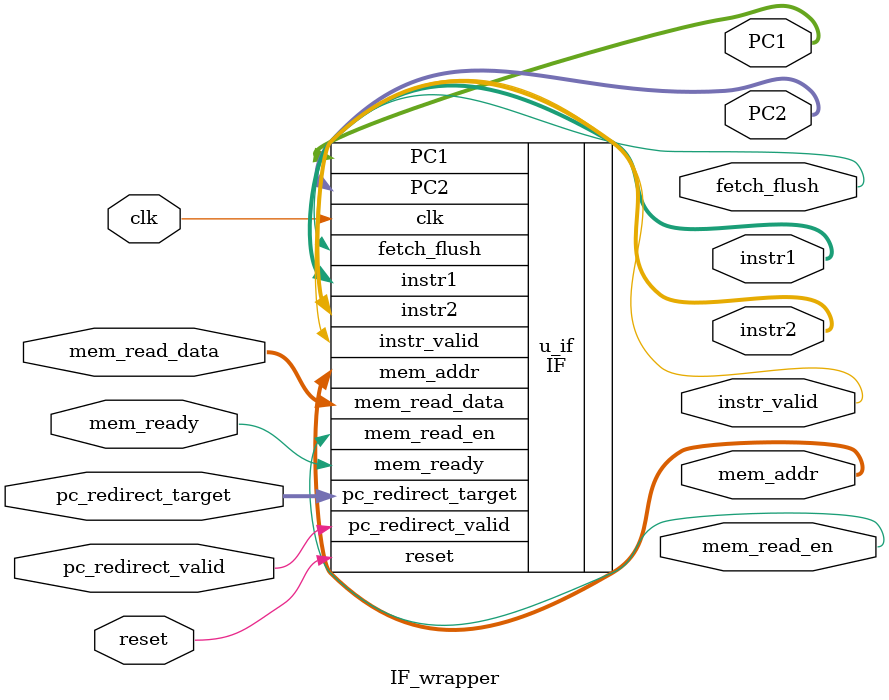
<source format=v>
`timescale 1ns/1ps
module IF_wrapper
(
    input  wire         clk,
    input  wire         reset,
    // branch redirect
    input  wire         pc_redirect_valid,
    input  wire [31:0]  pc_redirect_target,
    // memory interface (to I-cache/ROM)
    output wire [31:0]  mem_addr,
    output wire         mem_read_en,
    input  wire         mem_ready,
    input  wire [127:0] mem_read_data,
    // fetch outputs
    output wire [31:0]  instr1,
    output wire [31:0]  instr2,
    output wire [31:0]  PC1,
    output wire [31:0]  PC2,
    output wire         instr_valid,
    output wire         fetch_flush
);

    // Instantiate the SystemVerilog module named IF
    IF u_if (
        .clk              (clk),
        .reset            (reset),
        .pc_redirect_valid(pc_redirect_valid),
        .pc_redirect_target(pc_redirect_target),
        .mem_addr         (mem_addr),
        .mem_read_en      (mem_read_en),
        .mem_ready        (mem_ready),
        .mem_read_data    (mem_read_data),
        .instr1           (instr1),
        .instr2           (instr2),
        .PC1              (PC1),
        .PC2              (PC2),
        .instr_valid      (instr_valid),
        .fetch_flush      (fetch_flush)
    );

endmodule

</source>
